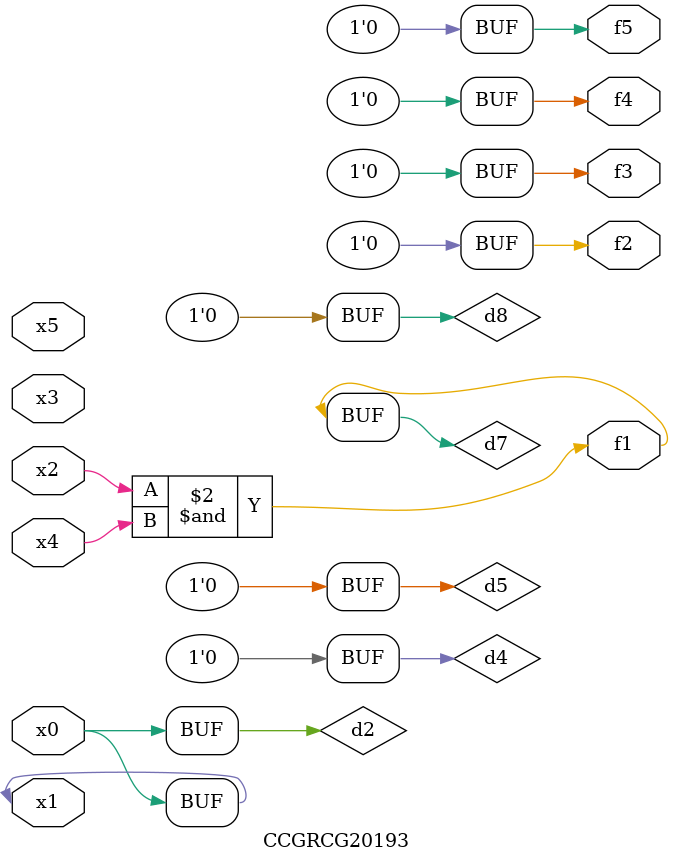
<source format=v>
module CCGRCG20193(
	input x0, x1, x2, x3, x4, x5,
	output f1, f2, f3, f4, f5
);

	wire d1, d2, d3, d4, d5, d6, d7, d8, d9;

	nand (d1, x1);
	buf (d2, x0, x1);
	nand (d3, x2, x4);
	and (d4, d1, d2);
	and (d5, d1, d2);
	nand (d6, d1, d3);
	not (d7, d3);
	xor (d8, d5);
	nor (d9, d5, d6);
	assign f1 = d7;
	assign f2 = d8;
	assign f3 = d8;
	assign f4 = d8;
	assign f5 = d8;
endmodule

</source>
